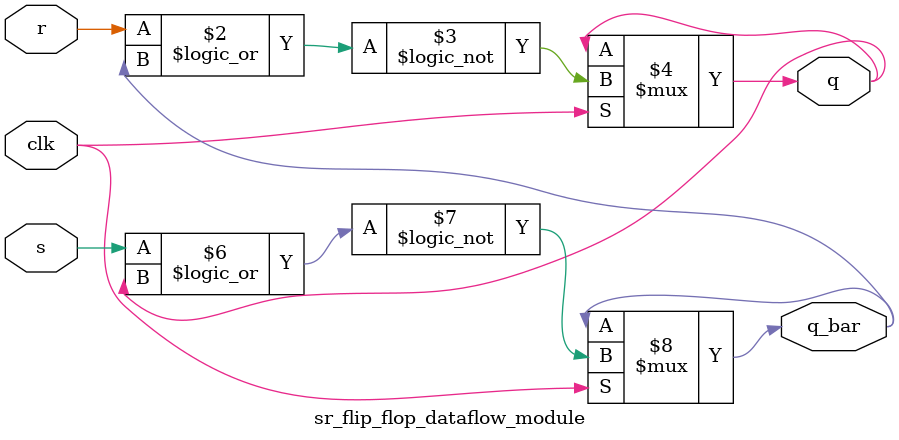
<source format=v>

module sr_flip_flop_dataflow_module (s, r, clk, q, q_bar);
	input s, r;
	input clk; //clock
	
	output q, q_bar;
	
	wire q_tmp, q_bar_tmp;	

	assign q = (clk == 1'b1) ? !(r || q_bar) : q; 
	assign q_bar = (clk == 1'b1) ? !(s || q) : q_bar; 

endmodule

</source>
